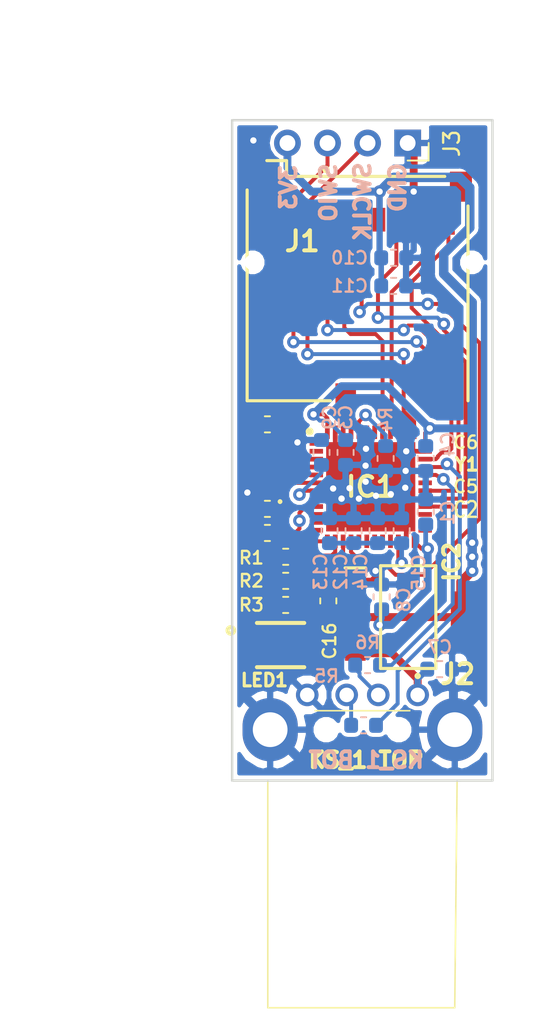
<source format=kicad_pcb>
(kicad_pcb (version 20211014) (generator pcbnew)
  (layers (0 "F.Cu" signal "Górna sygnałowa") (31 "B.Cu" signal "Dolna sygnałowa") (34 "B.Paste" user "Dolna pasty") (35 "F.Paste" user "Górna pasty") (36 "B.SilkS" user "Dolna opisowa") (37 "F.SilkS" user "Górna opisowa") (38 "B.Mask" user "Dolna sodermaski") (39 "F.Mask" user "Górna soldermaski") (44 "Edge.Cuts" user "Krawędziowa"))
  (net 0 "")
  (net 1 "Net-(IC1-Pad1)")
  (net 2 "Net-(IC1-Pad2)")
  (net 3 "Net-(IC1-Pad3)")
  (net 4 "Net-(IC1-Pad4)")
  (net 5 "Net-(IC1-Pad10)")
  (net 6 "Net-(IC1-Pad11)")
  (net 7 "Net-(IC1-Pad12)")
  (net 8 "Net-(IC1-Pad17)")
  (net 9 "Net-(IC1-Pad18)")
  (net 10 "Net-(IC1-Pad19)")
  (net 11 "Net-(IC1-Pad20)")
  (net 12 "Net-(IC1-Pad21)")
  (net 13 "Net-(IC1-Pad25)")
  (net 14 "Net-(IC1-Pad26)")
  (net 15 "Net-(IC1-Pad27)")
  (net 16 "Net-(IC1-Pad31)")
  (net 17 "Net-(IC1-Pad38)")
  (net 18 "Net-(IC1-Pad39)")
  (net 19 "Net-(IC1-Pad42)")
  (net 20 "Net-(IC1-Pad43)")
  (net 21 "Net-(IC1-Pad44)")
  (net 22 "Net-(IC1-Pad45)")
  (net 23 "Net-(IC1-Pad46)")
  (net 24 "GND")
  (net 25 "/D-")
  (net 26 "/D+")
  (net 27 "+5V")
  (net 28 "+3V3")
  (net 29 "/CMD")
  (net 30 "/CLK")
  (net 31 "/D1")
  (net 32 "/D2")
  (net 33 "/D0")
  (net 34 "/D3")
  (net 35 "Net-(LED1-Pad1)")
  (net 36 "Net-(LED1-Pad2)")
  (net 37 "Net-(LED1-Pad3)")
  (net 38 "Net-(C6-Pad1)")
  (net 39 "Net-(C5-Pad1)")
  (net 40 "/DEB-IO")
  (net 41 "/DEB-CLK")
  (net 42 "Net-(C9-Pad1)")
  (net 43 "Net-(C12-Pad1)")
  (net 44 "/LD_R")
  (net 45 "/LD_G")
  (net 46 "/LD_B")
  (net 47 "Net-(J2-Pad2)")
  (net 48 "Net-(J2-Pad3)")
  (footprint "Capacitor_SMD:C_0603_1608Metric" (layer "F.Cu") (at 106.0958 130.429 -90)
    (fp_text reference "C16")
    (fp_text value "1u" hide)
  )
  (footprint "test:QFN50P700X700X60-49N-D" (layer "F.Cu") (at 108.785 123.206)
    (fp_text reference "IC1")
    (fp_text value "STM32F411CEU6" hide)
  )
  (footprint "Connector_PinSocket_2.54mm:PinSocket_1x04_P2.54mm_Horizontal" (layer "F.Cu") (at 111.125 101.446 -90)
    (fp_text reference "J3")
    (fp_text value "Conn_01x04")
  )
  (footprint "Capacitor_SMD:C_0603_1608Metric" (layer "F.Cu") (at 102.235 124.603 180)
    (fp_text reference "C5")
    (fp_text value "12p" hide)
  )
  (footprint "ASMT-YTB2-0BB02:ASMT-YTC7-0AA02" (layer "F.Cu") (at 103.071 133.223 90)
    (fp_text reference "LED1")
    (fp_text value "ASMT-YTB2-0BB02" hide)
  )
  (footprint "Capacitor_SMD:C_0603_1608Metric" (layer "F.Cu") (at 102.235 119.253 180)
    (fp_text reference "C6")
    (fp_text value "12p" hide)
  )
  (footprint "Resistor_SMD:R_0603_1608Metric" (layer "F.Cu") (at 103.394 130.683 180)
    (fp_text reference "R3")
    (fp_text value "R")
  )
  (footprint "Resistor_SMD:R_0603_1608Metric" (layer "F.Cu") (at 103.394 129.159 180)
    (fp_text reference "R2")
    (fp_text value "R")
  )
  (footprint "ASM1117CD-5.0:SOT229P700X180-4N" (layer "F.Cu") (at 111.16 131.453)
    (fp_text reference "IC2")
    (fp_text value "ASM1117CD-3.3" hide)
  )
  (footprint "MountingHole:MountingHole_2.2mm_M2" (layer "F.Cu") (at 101.3 109)
    (fp_text reference "H2" hide)
    (fp_text value "MountingHole")
  )
  (footprint "MountingHole:MountingHole_2.2mm_M2" (layer "F.Cu") (at 115.2 109)
    (fp_text reference "H1" hide)
    (fp_text value "MountingHole")
  )
  (footprint "Capacitor_SMD:C_0603_1608Metric" (layer "F.Cu") (at 102.235 126.127 180)
    (fp_text reference "C2")
    (fp_text value "100n" hide)
  )
  (footprint "LFXTAL069392Cutt:LFXTAL069392Cutt" (layer "F.Cu") (at 102.435 121.793 90)
    (fp_text reference "Y1")
    (fp_text value "LFXTAL069392Cutt" hide)
  )
  (footprint "Resistor_SMD:R_0603_1608Metric" (layer "F.Cu") (at 103.394 127.635 180)
    (fp_text reference "R1")
    (fp_text value "470R")
  )
  (footprint "test:USBAMSFBTH" (layer "F.Cu") (at 111.76 136.379)
    (fp_text reference "J2")
    (fp_text value "USB-AM-S-F-B-TH" hide)
  )
  (footprint "test:47352-1001" (layer "F.Cu") (at 100.95 102.559 180)
    (fp_text reference "J1")
    (fp_text value "47352-1001" hide)
  )
  (footprint "Capacitor_SMD:C_0603_1608Metric" (layer "B.Cu") (at 107.188 121.031 -90)
    (fp_text reference "C3")
    (fp_text value "100n" hide)
  )
  (footprint "Resistor_SMD:R_0603_1608Metric" (layer "B.Cu") (at 108.585 134.493 180)
    (fp_text reference "R6")
    (fp_text value "R")
  )
  (footprint "Resistor_SMD:R_0603_1608Metric" (layer "B.Cu") (at 108.331 138.303 180)
    (fp_text reference "R5")
    (fp_text value "R")
  )
  (footprint "Capacitor_SMD:C_0603_1608Metric" (layer "B.Cu") (at 110.236 110.49)
    (fp_text reference "C11")
    (fp_text value "100n" hide)
  )
  (footprint "Capacitor_SMD:C_0603_1608Metric" (layer "B.Cu") (at 112.268 124.795 90)
    (fp_text reference "C1")
    (fp_text value "100n" hide)
  )
  (footprint "Capacitor_SMD:C_0603_1608Metric" (layer "B.Cu") (at 112.268 121.412 -90)
    (fp_text reference "C4")
    (fp_text value "100n" hide)
  )
  (footprint "Capacitor_SMD:C_0603_1608Metric" (layer "B.Cu") (at 109.474 130.175 90)
    (fp_text reference "C8")
    (fp_text value "1u" hide)
  )
  (footprint "Resistor_SMD:R_0603_1608Metric" (layer "B.Cu") (at 109.728 121.412 90)
    (fp_text reference "R4")
    (fp_text value "10k" hide)
  )
  (footprint "Capacitor_SMD:C_0603_1608Metric" (layer "B.Cu") (at 110.236 108.712)
    (fp_text reference "C10")
    (fp_text value "1u" hide)
  )
  (footprint "Capacitor_SMD:C_0603_1608Metric" (layer "B.Cu") (at 110.744 125.984 90)
    (fp_text reference "C15")
    (fp_text value "1u" hide)
  )
  (footprint "Capacitor_SMD:C_0603_1608Metric" (layer "B.Cu") (at 106.172 125.984 90)
    (fp_text reference "C13")
    (fp_text value "1u" hide)
  )
  (footprint "Capacitor_SMD:C_0603_1608Metric" (layer "B.Cu") (at 107.696 125.984 90)
    (fp_text reference "C12")
    (fp_text value "1u" hide)
  )
  (footprint "Capacitor_SMD:C_0603_1608Metric" (layer "B.Cu") (at 113.157 134.747)
    (fp_text reference "C7")
    (fp_text value "1u" hide)
  )
  (footprint "Capacitor_SMD:C_0603_1608Metric" (layer "B.Cu") (at 109.22 125.984 90)
    (fp_text reference "C14")
    (fp_text value "1u" hide)
  )
  (footprint "Capacitor_SMD:C_0603_1608Metric" (layer "B.Cu") (at 105.664 121.031 90)
    (fp_text reference "C9")
    (fp_text value "100n" hide)
  )
  (gr_line (start 100 100) (end 116.5 100) (layer "Edge.Cuts") (width 0.15))
  (gr_line (start 116.5 100) (end 116.5 141.8) (layer "Edge.Cuts") (width 0.15))
  (gr_line (start 100 100) (end 100 141.8) (layer "Edge.Cuts") (width 0.15))
  (gr_line (start 100 141.8) (end 116.5 141.8) (layer "Edge.Cuts") (width 0.15))
  (gr_text "KS_1 TOP\n" (at 108.5 140.5) (layer "F.Cu") (effects (font (size 1 1) (thickness 0.25))))
  (gr_text "SWIO" (at 106.1085 104.5845 90) (layer "B.SilkS") (effects (font (size 1 1) (thickness 0.25)) (justify mirror)))
  (gr_text "SWCLK" (at 108.2675 105.156 90) (layer "B.SilkS") (effects (font (size 1 1) (thickness 0.25)) (justify mirror)))
  (gr_text "GND" (at 110.49 104.267 90) (layer "B.SilkS") (effects (font (size 1 1) (thickness 0.25)) (justify mirror)))
  (gr_text "3V3" (at 103.5685 104.267 90) (layer "B.SilkS") (effects (font (size 1 1) (thickness 0.25)) (justify mirror)))
  (gr_text "KS_1 BOT" (at 108.5 140.5) (layer "B.SilkS") (effects (font (size 1 1) (thickness 0.25)) (justify mirror)))
  (gr_text "KS_1 TOP" (at 108.5 140.5) (layer "F.SilkS") (effects (font (size 1 1) (thickness 0.25))))
  (segment (start 108.035 119.081) (end 108.458 118.658) (width 0.25) (layer "F.Cu") (net 21))
  (segment (start 108.035 119.756) (end 108.035 119.081) (width 0.25) (layer "F.Cu") (net 21))
  (via (at 108.458 118.658) (size 0.8) (drill 0.4) (layers "F.Cu" "B.Cu") (net 21))
  (segment (start 109.728 120.6245) (end 109.728 119.928) (width 0.25) (layer "B.Cu") (net 21))
  (segment (start 109.728 119.928) (end 108.458 118.658) (width 0.25) (layer "B.Cu") (net 21))
  (segment (start 100.965 123.571) (end 100.965 122.555) (width 0.25) (layer "F.Cu") (net 24))
  (segment (start 111.035 120.956) (end 108.785 123.206) (width 0.3) (layer "F.Cu") (net 24))
  (segment (start 108.035 123.956) (end 108.785 123.206) (width 0.3) (layer "F.Cu") (net 24))
  (segment (start 108.4642 122.8852) (end 108.785 123.206) (width 0.3) (layer "F.Cu") (net 24))
  (segment (start 104.14 118.618) (end 104.14 120.396) (width 0.25) (layer "F.Cu") (net 24))
  (segment (start 106.5783 129.159) (end 106.5823 129.163) (width 0.4) (layer "F.Cu") (net 24))
  (segment (start 106.535 119.756) (end 106.535 120.956) (width 0.3) (layer "F.Cu") (net 24))
  (segment (start 101.059 122.555) (end 100.965 122.555) (width 0.25) (layer "F.Cu") (net 24))
  (segment (start 101.4475 126.127) (end 101.4475 124.603) (width 0.25) (layer "F.Cu") (net 24))
  (segment (start 106.0958 129.6415) (end 106.5783 129.159) (width 0.4) (layer "F.Cu") (net 24))
  (segment (start 107.81 129.163) (end 108.86 129.163) (width 0.4) (layer "F.Cu") (net 24))
  (segment (start 103.248 120.918) (end 103.248 120.968) (width 0.25) (layer "F.Cu") (net 24))
  (segment (start 104.14 120.396) (end 104.14 120.968) (width 0.25) (layer "F.Cu") (net 24))
  (segment (start 101.4475 124.603) (end 100.965 124.1205) (width 0.25) (layer "F.Cu") (net 24))
  (segment (start 108.035 123.956) (end 108.035 123.956) (width 0.3) (layer "F.Cu") (net 24))
  (segment (start 105.335 123.956) (end 108.035 123.956) (width 0.3) (layer "F.Cu") (net 24))
  (segment (start 100.965 119.7355) (end 101.4475 119.253) (width 0.25) (layer "F.Cu") (net 24))
  (segment (start 106.5823 129.163) (end 107.81 129.163) (width 0.4) (layer "F.Cu") (net 24))
  (segment (start 100.965 122.555) (end 100.965 119.7355) (width 0.25) (layer "F.Cu") (net 24))
  (segment (start 103.759 118.237) (end 104.14 118.618) (width 0.25) (layer "F.Cu") (net 24))
  (segment (start 111.035 120.956) (end 111.035 120.956) (width 0.3) (layer "F.Cu") (net 24))
  (segment (start 111.506 105.195) (end 111.506 104.521) (width 0.4) (layer "F.Cu") (net 24))
  (segment (start 109.093 128.93) (end 109.088347 128.528653) (width 0.4) (layer "F.Cu") (net 24))
  (segment (start 111.506 104.521) (end 111.506 101.827) (width 0.5) (layer "F.Cu") (net 24))
  (segment (start 111.51 105.199) (end 111.506 105.195) (width 0.35) (layer "F.Cu") (net 24))
  (segment (start 104.14 120.968) (end 103.048 120.968) (width 0.25) (layer "F.Cu") (net 24))
  (segment (start 100.965 124.1205) (end 100.965 123.571) (width 0.25) (layer "F.Cu") (net 24))
  (segment (start 112.235 120.956) (end 111.035 120.956) (width 0.3) (layer "F.Cu") (net 24))
  (segment (start 102.4635 118.237) (end 103.759 118.237) (width 0.25) (layer "F.Cu") (net 24))
  (segment (start 111.506 101.827) (end 111.125 101.446) (width 0.4) (layer "F.Cu") (net 24))
  (segment (start 111.51 106.299) (end 111.51 105.199) (width 0.4) (layer "F.Cu") (net 24))
  (segment (start 101.122 122.618) (end 101.059 122.555) (width 0.25) (layer "F.Cu") (net 24))
  (segment (start 101.4475 119.253) (end 102.4635 118.237) (width 0.25) (layer "F.Cu") (net 24))
  (segment (start 108.86 129.163) (end 109.093 128.93) (width 0.4) (layer "F.Cu") (net 24))
  (segment (start 111.035 126.656) (end 111.035 125.456) (width 0.3) (layer "F.Cu") (net 24))
  (segment (start 109.093 128.524) (end 109.088347 128.528653) (width 0.4) (layer "F.Cu") (net 24))
  (segment (start 101.822 122.618) (end 101.122 122.618) (width 0.25) (layer "F.Cu") (net 24))
  (via (at 106.934 123.956) (size 0.8) (drill 0.4) (layers "F.Cu" "B.Cu") (net 24))
  (via (at 111.506 104.521) (size 0.8) (drill 0.4) (layers "F.Cu" "B.Cu") (net 24))
  (via (at 110.0582 123.6726) (size 0.8) (drill 0.4) (layers "F.Cu" "B.Cu") (net 24))
  (via (at 101.346 101.2825) (size 1.2) (drill 0.4) (layers "F.Cu" "B.Cu") (net 24))
  (via (at 108.4642 122.8852) (size 0.8) (drill 0.4) (layers "F.Cu" "B.Cu") (net 24))
  (via (at 107.442 123.2916) (size 0.8) (drill 0.4) (layers "F.Cu" "B.Cu") (net 24))
  (via (at 100.965 123.571) (size 0.8) (drill 0.4) (layers "F.Cu" "B.Cu") (net 24))
  (via (at 108.4834 120.8) (size 0.8) (drill 0.4) (layers "F.Cu" "B.Cu") (net 24))
  (via (at 111.035 120.956) (size 0.8) (drill 0.4) (layers "F.Cu" "B.Cu") (net 24))
  (via (at 108.458 121.8692) (size 0.8) (drill 0.4) (layers "F.Cu" "B.Cu") (net 24))
  (via (at 109.1184 123.7742) (size 0.8) (drill 0.4) (layers "F.Cu" "B.Cu") (net 24))
  (via (at 110.9726 123.2662) (size 0.8) (drill 0.4) (layers "F.Cu" "B.Cu") (net 24))
  (via (at 106.934 123.956) (size 0.8) (drill 0.4) (layers "F.Cu" "B.Cu") (net 24))
  (via (at 104.14 120.396) (size 0.8) (drill 0.4) (layers "F.Cu" "B.Cu") (net 24))
  (via (at 108.035 123.956) (size 0.8) (drill 0.4) (layers "F.Cu" "B.Cu") (net 24))
  (via (at 110.998 122.1994) (size 0.8) (drill 0.4) (layers "F.Cu" "B.Cu") (net 24))
  (via (at 106.4006 123.317) (size 0.8) (drill 0.4) (layers "F.Cu" "B.Cu") (net 24))
  (via (at 109.088347 128.528653) (size 0.8) (drill 0.4) (layers "F.Cu" "B.Cu") (net 24))
  (segment (start 114.11 137.7945) (end 115.6335 136.271) (width 0.6) (layer "B.Cu") (net 24))
  (segment (start 102.41 138.579) (end 102.41 138.097) (width 0.6) (layer "B.Cu") (net 24))
  (segment (start 104.166 140.335) (end 102.41 138.579) (width 0.6) (layer "B.Cu") (net 24))
  (segment (start 111.506 108.2295) (end 111.0235 108.712) (width 0.35) (layer "B.Cu") (net 24))
  (segment (start 109.088347 128.528653) (end 109.224653 128.528653) (width 0.4) (layer "B.Cu") (net 24))
  (segment (start 113.9445 134.747) (end 113.9445 138.4135) (width 0.4) (layer "B.Cu") (net 24))
  (segment (start 114.11 138.579) (end 114.11 137.7945) (width 0.6) (layer "B.Cu") (net 24))
  (segment (start 111.506 104.521) (end 111.506 108.2295) (width 0.4) (layer "B.Cu") (net 24))
  (segment (start 109.474 128.778) (end 109.474 129.3875) (width 0.4) (layer "B.Cu") (net 24))
  (segment (start 109.224653 128.528653) (end 109.474 128.778) (width 0.4) (layer "B.Cu") (net 24))
  (segment (start 112.395 140.335) (end 104.166 140.335) (width 0.6) (layer "B.Cu") (net 24))
  (segment (start 113.9445 138.4135) (end 114.11 138.579) (width 0.4) (layer "B.Cu") (net 24))
  (segment (start 111.0235 108.712) (end 111.0235 110.49) (width 0.35) (layer "B.Cu") (net 24))
  (segment (start 102.41 138.097) (end 100.838 136.525) (width 0.6) (layer "B.Cu") (net 24))
  (segment (start 114.11 138.62) (end 112.395 140.335) (width 0.6) (layer "B.Cu") (net 24))
  (segment (start 114.11 138.579) (end 114.11 138.62) (width 0.6) (layer "B.Cu") (net 24))
  (segment (start 112.91 122.456) (end 113.39 122.731) (width 0.25) (layer "F.Cu") (net 25))
  (segment (start 113.39 122.936) (end 113.39 122.731) (width 0.25) (layer "F.Cu") (net 25))
  (segment (start 112.235 122.456) (end 112.91 122.456) (width 0.25) (layer "F.Cu") (net 25))
  (via (at 113.39 122.731) (size 0.8) (drill 0.4) (layers "F.Cu" "B.Cu") (net 25))
  (segment (start 113.39 122.731) (end 113.9825 123.3235) (width 0.25) (layer "B.Cu") (net 25))
  (segment (start 113.9825 123.3235) (end 113.9825 130.6195) (width 0.25) (layer "B.Cu") (net 25))
  (segment (start 113.9825 130.6195) (end 110.109 134.493) (width 0.25) (layer "B.Cu") (net 25))
  (segment (start 110.109 134.493) (end 109.3725 134.493) (width 0.25) (layer "B.Cu") (net 25))
  (segment (start 113.573259 121.757741) (end 113.619712 121.757741) (width 0.25) (layer "F.Cu") (net 26))
  (segment (start 113.538 121.793) (end 113.573259 121.757741) (width 0.25) (layer "F.Cu") (net 26))
  (segment (start 112.235 121.956) (end 113.375 121.956) (width 0.25) (layer "F.Cu") (net 26))
  (segment (start 113.375 121.956) (end 113.619712 121.757741) (width 0.25) (layer "F.Cu") (net 26))
  (via (at 113.619712 121.757741) (size 0.8) (drill 0.4) (layers "F.Cu" "B.Cu") (net 26))
  (segment (start 114.432511 122.57054) (end 114.019711 122.15774) (width 0.25) (layer "B.Cu") (net 26))
  (segment (start 114.432511 130.042489) (end 114.432511 122.57054) (width 0.25) (layer "B.Cu") (net 26))
  (segment (start 109.1185 138.303) (end 110.49 136.9315) (width 0.25) (layer "B.Cu") (net 26))
  (segment (start 110.49 134.874) (end 114.432509 130.931491) (width 0.25) (layer "B.Cu") (net 26))
  (segment (start 110.49 136.9315) (end 110.49 134.874) (width 0.25) (layer "B.Cu") (net 26))
  (segment (start 114.019711 122.15774) (end 113.619712 121.757741) (width 0.25) (layer "B.Cu") (net 26))
  (segment (start 114.432509 130.931491) (end 114.432509 130.042491) (width 0.25) (layer "B.Cu") (net 26))
  (segment (start 114.432509 130.042491) (end 114.432511 130.042489) (width 0.25) (layer "B.Cu") (net 26))
  (segment (start 111.76 136.379) (end 111.76 135.367131) (width 0.5) (layer "F.Cu") (net 27))
  (segment (start 108.96 133.743) (end 107.81 133.743) (width 0.5) (layer "F.Cu") (net 27))
  (segment (start 107.81 133.743) (end 106.0958 132.0288) (width 0.4) (layer "F.Cu") (net 27))
  (segment (start 110.135869 133.743) (end 108.96 133.743) (width 0.5) (layer "F.Cu") (net 27))
  (segment (start 111.76 135.367131) (end 110.135869 133.743) (width 0.5) (layer "F.Cu") (net 27))
  (segment (start 106.0958 132.0288) (end 106.0958 131.2165) (width 0.4) (layer "F.Cu") (net 27))
  (segment (start 111.76 135.3565) (end 111.76 136.379) (width 0.4) (layer "B.Cu") (net 27))
  (segment (start 112.3695 134.747) (end 111.76 135.3565) (width 0.4) (layer "B.Cu") (net 27))
  (segment (start 114.51 129.228) (end 115.214 128.524) (width 0.6) (layer "F.Cu") (net 28))
  (segment (start 105.156 118.618) (end 105.791 118.618) (width 0.25) (layer "F.Cu") (net 28))
  (segment (start 104.267 125.349) (end 104.267 125.857) (width 0.25) (layer "F.Cu") (net 28))
  (segment (start 115.214 128.524) (end 115.214 127.635) (width 0.6) (layer "F.Cu") (net 28))
  (segment (start 107.81 130.728) (end 107.53599 130.45399) (width 0.25) (layer "F.Cu") (net 28))
  (segment (start 104.5464 131.48301) (end 103.737516 131.48301) (width 0.25) (layer "F.Cu") (net 28))
  (segment (start 105.0798 131.445) (end 105.04179 131.48301) (width 0.25) (layer "F.Cu") (net 28))
  (segment (start 114.51 131.453) (end 114.51 129.228) (width 0.6) (layer "F.Cu") (net 28))
  (segment (start 112.235 119.794) (end 112.522 119.507) (width 0.25) (layer "F.Cu") (net 28))
  (segment (start 104.5464 131.8226) (end 104.5464 131.48301) (width 0.25) (layer "F.Cu") (net 28))
  (segment (start 109.347 131.453) (end 114.51 131.453) (width 0.5) (layer "F.Cu") (net 28))
  (segment (start 104.546 133.223) (end 104.546 132.323) (width 0.25) (layer "F.Cu") (net 28))
  (segment (start 103.997 126.508) (end 103.997 126.127) (width 0.25) (layer "F.Cu") (net 28))
  (segment (start 109.31 104.558) (end 109.347 104.521) (width 0.35) (layer "F.Cu") (net 28))
  (segment (start 104.267 124.849) (end 104.267 125.349) (width 0.25) (layer "F.Cu") (net 28))
  (segment (start 105.04179 131.48301) (end 104.5464 131.48301) (width 0.25) (layer "F.Cu") (net 28))
  (segment (start 104.546 134.123) (end 104.546 133.223) (width 0.25) (layer "F.Cu") (net 28))
  (segment (start 105.614316 130.45399) (end 105.0798 130.988506) (width 0.25) (layer "F.Cu") (net 28))
  (segment (start 112.395 127.127) (end 112.006 127.127) (width 0.25) (layer "F.Cu") (net 28))
  (segment (start 105.0798 130.988506) (end 105.0798 131.445) (width 0.25) (layer "F.Cu") (net 28))
  (segment (start 103.36901 131.114504) (end 103.36901 127.13599) (width 0.25) (layer "F.Cu") (net 28))
  (segment (start 112.006 127.127) (end 111.535 126.656) (width 0.25) (layer "F.Cu") (net 28))
  (segment (start 103.737516 131.48301) (end 103.36901 131.114504) (width 0.25) (layer "F.Cu") (net 28))
  (segment (start 103.759 126.127) (end 103.0225 126.127) (width 0.25) (layer "F.Cu") (net 28))
  (segment (start 109.347 131.953) (end 109.347 131.453) (width 0.4) (layer "F.Cu") (net 28))
  (segment (start 103.997 126.127) (end 103.759 126.127) (width 0.25) (layer "F.Cu") (net 28))
  (segment (start 107.81 131.453) (end 107.81 130.728) (width 0.25) (layer "F.Cu") (net 28))
  (segment (start 108.96 131.453) (end 109.347 131.453) (width 0.5) (layer "F.Cu") (net 28))
  (segment (start 104.546 132.323) (end 104.546 131.823) (width 0.25) (layer "F.Cu") (net 28))
  (segment (start 107.53599 130.45399) (end 105.614316 130.45399) (width 0.25) (layer "F.Cu") (net 28))
  (segment (start 115.214 127.635) (end 115.214 126.746) (width 0.6) (layer "F.Cu") (net 28))
  (segment (start 104.66 124.456) (end 104.267 124.849) (width 0.25) (layer "F.Cu") (net 28))
  (segment (start 103.36901 127.13599) (end 103.997 126.508) (width 0.25) (layer "F.Cu") (net 28))
  (segment (start 104.546 131.823) (end 104.5464 131.8226) (width 0.25) (layer "F.Cu") (net 28))
  (segment (start 106.035 118.862) (end 106.035 119.756) (width 0.25) (layer "F.Cu") (net 28))
  (segment (start 105.335 124.456) (end 104.66 124.456) (width 0.25) (layer "F.Cu") (net 28))
  (segment (start 104.267 125.857) (end 103.997 126.127) (width 0.25) (layer "F.Cu") (net 28))
  (segment (start 107.81 131.453) (end 108.96 131.453) (width 0.5) (layer "F.Cu") (net 28))
  (segment (start 112.235 120.456) (end 112.235 119.794) (width 0.25) (layer "F.Cu") (net 28))
  (segment (start 109.31 106.299) (end 109.31 104.558) (width 0.35) (layer "F.Cu") (net 28))
  (segment (start 103.76901 126.13701) (end 103.759 126.127) (width 0.25) (layer "F.Cu") (net 28))
  (segment (start 105.791 118.618) (end 106.035 118.862) (width 0.25) (layer "F.Cu") (net 28))
  (via (at 112.395 127.127) (size 0.8) (drill 0.4) (layers "F.Cu" "B.Cu") (net 28))
  (via (at 115.214 127.635) (size 0.8) (drill 0.4) (layers "F.Cu" "B.Cu") (net 28))
  (via (at 115.214 128.524) (size 0.8) (drill 0.4) (layers "F.Cu" "B.Cu") (net 28))
  (via (at 105.156 118.618) (size 0.8) (drill 0.4) (layers "F.Cu" "B.Cu") (net 28))
  (via (at 104.267 125.349) (size 0.8) (drill 0.4) (layers "F.Cu" "B.Cu") (net 28))
  (via (at 109.347 131.953) (size 0.8) (drill 0.4) (layers "F.Cu" "B.Cu") (net 28))
  (via (at 115.214 126.746) (size 0.8) (drill 0.4) (layers "F.Cu" "B.Cu") (net 28))
  (via (at 112.522 119.507) (size 0.8) (drill 0.4) (layers "F.Cu" "B.Cu") (net 28))
  (via (at 109.347 104.521) (size 0.8) (drill 0.4) (layers "F.Cu" "B.Cu") (net 28))
  (segment (start 115.214 128.524) (end 115.214 119.507) (width 0.6) (layer "B.Cu") (net 28))
  (segment (start 110.247001 103.620999) (end 109.746999 104.121001) (width 0.6) (layer "B.Cu") (net 28))
  (segment (start 105.555999 119.017999) (end 106.063999 119.017999) (width 0.25) (layer "B.Cu") (net 28))
  (segment (start 109.474 131.5) (end 109.347 131.627) (width 0.4) (layer "B.Cu") (net 28))
  (segment (start 107.188 120.142) (end 107.188 120.2435) (width 0.25) (layer "B.Cu") (net 28))
  (segment (start 115.062 104.267) (end 114.415999 103.620999) (width 0.6) (layer "B.Cu") (net 28))
  (segment (start 115.214 111.531) (end 113.411 109.728) (width 0.6) (layer "B.Cu") (net 28))
  (segment (start 112.522 119.507) (end 109.855 116.84) (width 0.5) (layer "B.Cu") (net 28))
  (segment (start 109.347 104.521) (end 105.029 104.521) (width 0.5) (layer "B.Cu") (net 28))
  (segment (start 103.505 102.997) (end 103.505 101.446) (width 0.5) (layer "B.Cu") (net 28))
  (segment (start 113.411 108.458) (end 115.062 106.807) (width 0.6) (layer "B.Cu") (net 28))
  (segment (start 109.474 130.9625) (end 109.474 131.5) (width 0.4) (layer "B.Cu") (net 28))
  (segment (start 112.268 119.761) (end 112.268 120.6245) (width 0.25) (layer "B.Cu") (net 28))
  (segment (start 106.063999 119.017999) (end 107.188 120.142) (width 0.25) (layer "B.Cu") (net 28))
  (segment (start 114.415999 103.620999) (end 110.247001 103.620999) (width 0.6) (layer "B.Cu") (net 28))
  (segment (start 112.522 119.507) (end 112.268 119.761) (width 0.25) (layer "B.Cu") (net 28))
  (segment (start 110.109 131.953) (end 112.395 129.667) (width 0.5) (layer "B.Cu") (net 28))
  (segment (start 109.347 104.521) (end 109.347 108.6105) (width 0.4) (layer "B.Cu") (net 28))
  (segment (start 106.934 116.84) (end 105.156 118.618) (width 0.5) (layer "B.Cu") (net 28))
  (segment (start 112.522 119.507) (end 115.214 119.507) (width 0.5) (layer "B.Cu") (net 28))
  (segment (start 115.062 106.807) (end 115.062 104.267) (width 0.6) (layer "B.Cu") (net 28))
  (segment (start 109.4485 108.712) (end 109.4485 110.49) (width 0.35) (layer "B.Cu") (net 28))
  (segment (start 109.347 131.953) (end 110.109 131.953) (width 0.5) (layer "B.Cu") (net 28))
  (segment (start 109.746999 104.121001) (end 109.347 104.521) (width 0.6) (layer "B.Cu") (net 28))
  (segment (start 113.411 109.728) (end 113.411 108.458) (width 0.6) (layer "B.Cu") (net 28))
  (segment (start 109.855 116.84) (end 106.934 116.84) (width 0.5) (layer "B.Cu") (net 28))
  (segment (start 105.156 118.618) (end 105.555999 119.017999) (width 0.25) (layer "B.Cu") (net 28))
  (segment (start 112.268 125.5825) (end 112.268 127) (width 0.3) (layer "B.Cu") (net 28))
  (segment (start 109.347 108.6105) (end 109.4485 108.712) (width 0.35) (layer "B.Cu") (net 28))
  (segment (start 115.214 119.507) (end 115.214 111.531) (width 0.6) (layer "B.Cu") (net 28))
  (segment (start 112.395 129.667) (end 112.395 127.127) (width 0.5) (layer "B.Cu") (net 28))
  (segment (start 112.268 127) (end 112.395 127.127) (width 0.3) (layer "B.Cu") (net 28))
  (segment (start 109.347 131.627) (end 109.347 131.953) (width 0.4) (layer "B.Cu") (net 28))
  (segment (start 105.029 104.521) (end 103.505 102.997) (width 0.5) (layer "B.Cu") (net 28))
  (segment (start 108.077 111.887) (end 108.21 111.754) (width 0.25) (layer "F.Cu") (net 29))
  (segment (start 107.535 126.656) (end 107.535 127.331) (width 0.25) (layer "F.Cu") (net 29))
  (segment (start 115.697 114.115315) (end 113.214685 111.633) (width 0.25) (layer "F.Cu") (net 29))
  (segment (start 112.960685 111.633) (end 112.395 111.633) (width 0.25) (layer "F.Cu") (net 29))
  (segment (start 112.141 128.778) (end 115.697 125.222) (width 0.25) (layer "F.Cu") (net 29))
  (segment (start 107.839 127.635) (end 109.22 127.635) (width 0.25) (layer "F.Cu") (net 29))
  (segment (start 113.214685 111.633) (end 112.960685 111.633) (width 0.25) (layer "F.Cu") (net 29))
  (segment (start 108.077 112.141) (end 108.077 111.887) (width 0.25) (layer "F.Cu") (net 29))
  (segment (start 110.363 128.778) (end 112.141 128.778) (width 0.25) (layer "F.Cu") (net 29))
  (segment (start 108.21 111.754) (end 108.21 106.499) (width 0.25) (layer "F.Cu") (net 29))
  (segment (start 107.535 127.331) (end 107.839 127.635) (width 0.25) (layer "F.Cu") (net 29))
  (segment (start 109.22 127.635) (end 110.363 128.778) (width 0.25) (layer "F.Cu") (net 29))
  (segment (start 115.697 125.222) (end 115.697 114.115315) (width 0.25) (layer "F.Cu") (net 29))
  (via (at 112.395 111.633) (size 0.8) (drill 0.4) (layers "F.Cu" "B.Cu") (net 29))
  (via (at 108.077 112.141) (size 0.8) (drill 0.4) (layers "F.Cu" "B.Cu") (net 29))
  (segment (start 108.585 111.633) (end 111.829315 111.633) (width 0.25) (layer "B.Cu") (net 29))
  (segment (start 108.077 112.141) (end 108.585 111.633) (width 0.25) (layer "B.Cu") (net 29))
  (segment (start 111.829315 111.633) (end 112.395 111.633) (width 0.25) (layer "B.Cu") (net 29))
  (segment (start 112.235 124.456) (end 112.91 124.456) (width 0.25) (layer "F.Cu") (net 30))
  (segment (start 109.243652 110.339348) (end 110.41 109.173) (width 0.25) (layer "F.Cu") (net 30))
  (segment (start 115.246989 115.118579) (end 113.411 113.28259) (width 0.25) (layer "F.Cu") (net 30))
  (segment (start 112.91 124.456) (end 112.914 124.46) (width 0.25) (layer "F.Cu") (net 30))
  (segment (start 115.24699 118.92999) (end 115.246989 115.118579) (width 0.25) (layer "F.Cu") (net 30))
  (segment (start 112.914 124.46) (end 115.24699 124.46) (width 0.25) (layer "F.Cu") (net 30))
  (segment (start 113.411 113.28259) (end 113.411 113.03) (width 0.25) (layer "F.Cu") (net 30))
  (segment (start 115.24699 124.46) (end 115.24699 118.92999) (width 0.25) (layer "F.Cu") (net 30))
  (segment (start 113.411 113.03) (end 113.411 112.903) (width 0.25) (layer "F.Cu") (net 30))
  (segment (start 110.41 109.173) (end 110.41 106.499) (width 0.25) (layer "F.Cu") (net 30))
  (segment (start 113.411 112.903) (end 113.415653 112.898347) (width 0.25) (layer "F.Cu") (net 30))
  (segment (start 109.243652 112.498348) (end 109.243652 110.339348) (width 0.25) (layer "F.Cu") (net 30))
  (via (at 109.243652 112.498348) (size 0.8) (drill 0.4) (layers "F.Cu" "B.Cu") (net 30))
  (via (at 113.415653 112.898347) (size 0.8) (drill 0.4) (layers "F.Cu" "B.Cu") (net 30))
  (segment (start 113.415653 112.898347) (end 113.015654 112.498348) (width 0.25) (layer "B.Cu") (net 30))
  (segment (start 113.015654 112.498348) (end 109.243652 112.498348) (width 0.25) (layer "B.Cu") (net 30))
  (segment (start 111.379 111.887) (end 114.79698 115.30498) (width 0.25) (layer "F.Cu") (net 31))
  (segment (start 114.79698 123.956) (end 112.235 123.956) (width 0.25) (layer "F.Cu") (net 31))
  (segment (start 111.379 110.23741) (end 111.379 111.887) (width 0.25) (layer "F.Cu") (net 31))
  (segment (start 113.71 106.499) (end 113.71 107.90641) (width 0.25) (layer "F.Cu") (net 31))
  (segment (start 114.79698 115.30498) (end 114.79698 123.956) (width 0.25) (layer "F.Cu") (net 31))
  (segment (start 113.71 107.90641) (end 111.379 110.23741) (width 0.25) (layer "F.Cu") (net 31))
  (segment (start 114.34697 115.61697) (end 114.34697 123.456) (width 0.25) (layer "F.Cu") (net 32))
  (segment (start 114.34697 123.456) (end 112.235 123.456) (width 0.25) (layer "F.Cu") (net 32))
  (segment (start 111.73 113) (end 114.34697 115.61697) (width 0.25) (layer "F.Cu") (net 32))
  (segment (start 106.045 113.284) (end 106.045 106.534) (width 0.25) (layer "F.Cu") (net 32))
  (segment (start 106.045 106.534) (end 106.01 106.499) (width 0.25) (layer "F.Cu") (net 32))
  (segment (start 110.871 113.284) (end 111.155 113) (width 0.25) (layer "F.Cu") (net 32))
  (segment (start 111.155 113) (end 111.73 113) (width 0.25) (layer "F.Cu") (net 32))
  (via (at 110.871 113.284) (size 0.8) (drill 0.4) (layers "F.Cu" "B.Cu") (net 32))
  (via (at 106.045 113.284) (size 0.8) (drill 0.4) (layers "F.Cu" "B.Cu") (net 32))
  (segment (start 106.045 113.284) (end 110.871 113.284) (width 0.25) (layer "B.Cu") (net 32))
  (segment (start 110.035 119.081) (end 110.109 119.007) (width 0.25) (layer "F.Cu") (net 33))
  (segment (start 112.61 108.37) (end 112.61 106.499) (width 0.25) (layer "F.Cu") (net 33))
  (segment (start 110.035 119.756) (end 110.035 119.081) (width 0.25) (layer "F.Cu") (net 33))
  (segment (start 110.109 110.871) (end 112.61 108.37) (width 0.25) (layer "F.Cu") (net 33))
  (segment (start 110.109 119.007) (end 110.109 110.871) (width 0.25) (layer "F.Cu") (net 33))
  (segment (start 107.11 113.1425) (end 107.11 106.899) (width 0.25) (layer "F.Cu") (net 34))
  (segment (start 109.535 113.98) (end 109.093 113.538) (width 0.25) (layer "F.Cu") (net 34))
  (segment (start 109.093 113.538) (end 107.5055 113.538) (width 0.25) (layer "F.Cu") (net 34))
  (segment (start 109.535 119.756) (end 109.535 113.98) (width 0.25) (layer "F.Cu") (net 34))
  (segment (start 107.5055 113.538) (end 107.11 113.1425) (width 0.25) (layer "F.Cu") (net 34))
  (segment (start 101.1936 128.5104) (end 101.1936 131.9206) (width 0.25) (layer "F.Cu") (net 35))
  (segment (start 101.1936 131.9206) (end 101.596 132.323) (width 0.25) (layer "F.Cu") (net 35))
  (segment (start 102.6065 127.635) (end 102.069 127.635) (width 0.25) (layer "F.Cu") (net 35))
  (segment (start 102.069 127.635) (end 101.1936 128.5104) (width 0.25) (layer "F.Cu") (net 35))
  (segment (start 102.646 133.223) (end 102.721001 133.147999) (width 0.25) (layer "F.Cu") (net 36))
  (segment (start 102.4922 131.699) (end 101.7048 131.699) (width 0.25) (layer "F.Cu") (net 36))
  (segment (start 102.721001 133.147999) (end 102.721001 131.927801) (width 0.25) (layer "F.Cu") (net 36))
  (segment (start 101.7048 129.5232) (end 101.7048 131.699) (width 0.25) (layer "F.Cu") (net 36))
  (segment (start 102.6065 129.159) (end 102.069 129.159) (width 0.25) (layer "F.Cu") (net 36))
  (segment (start 102.069 129.159) (end 101.7048 129.5232) (width 0.25) (layer "F.Cu") (net 36))
  (segment (start 102.721001 131.927801) (end 102.4922 131.699) (width 0.25) (layer "F.Cu") (net 36))
  (segment (start 101.596 133.223) (end 102.646 133.223) (width 0.25) (layer "F.Cu") (net 36))
  (segment (start 102.6065 130.988404) (end 103.2002 131.582104) (width 0.25) (layer "F.Cu") (net 37))
  (segment (start 103.2002 131.582104) (end 103.2002 133.5818) (width 0.25) (layer "F.Cu") (net 37))
  (segment (start 102.6065 130.683) (end 102.6065 130.988404) (width 0.25) (layer "F.Cu") (net 37))
  (segment (start 101.596 134.123) (end 102.659 134.123) (width 0.25) (layer "F.Cu") (net 37))
  (segment (start 103.2002 133.5818) (end 102.659 134.123) (width 0.25) (layer "F.Cu") (net 37))
  (segment (start 104.66 122.456) (end 103.997 121.793) (width 0.25) (layer "F.Cu") (net 38))
  (segment (start 101.822 120.555) (end 103.0225 119.3545) (width 0.25) (layer "F.Cu") (net 38))
  (segment (start 101.822 120.968) (end 101.822 120.555) (width 0.25) (layer "F.Cu") (net 38))
  (segment (start 103.997 121.793) (end 102.108 121.793) (width 0.25) (layer "F.Cu") (net 38))
  (segment (start 101.822 121.507) (end 101.822 120.968) (width 0.25) (layer "F.Cu") (net 38))
  (segment (start 105.335 122.456) (end 104.66 122.456) (width 0.25) (layer "F.Cu") (net 38))
  (segment (start 102.108 121.793) (end 101.822 121.507) (width 0.25) (layer "F.Cu") (net 38))
  (segment (start 103.0225 119.3545) (end 103.0225 119.253) (width 0.25) (layer "F.Cu") (net 38))
  (segment (start 103.0225 124.603) (end 103.0225 123.3425) (width 0.25) (layer "F.Cu") (net 39))
  (segment (start 103.386 122.956) (end 103.048 122.618) (width 0.25) (layer "F.Cu") (net 39))
  (segment (start 105.335 122.956) (end 103.386 122.956) (width 0.25) (layer "F.Cu") (net 39))
  (segment (start 103.0225 123.3425) (end 103.048 123.317) (width 0.25) (layer "F.Cu") (net 39))
  (segment (start 103.048 123.317) (end 103.048 122.618) (width 0.25) (layer "F.Cu") (net 39))
  (segment (start 103.886 114.046) (end 103.886 105.029) (width 0.25) (layer "F.Cu") (net 40))
  (segment (start 113.03 121.336) (end 112.91 121.456) (width 0.25) (layer "F.Cu") (net 40))
  (segment (start 113.89696 116.078) (end 113.89696 120.79904) (width 0.25) (layer "F.Cu") (net 40))
  (segment (start 103.886 105.029) (end 106.045 102.87) (width 0.25) (layer "F.Cu") (net 40))
  (segment (start 113.665 121.031) (end 113.284 121.031) (width 0.25) (layer "F.Cu") (net 40))
  (segment (start 106.045 102.87) (end 106.045 101.446) (width 0.25) (layer "F.Cu") (net 40))
  (segment (start 112.91 121.456) (end 112.235 121.456) (width 0.25) (layer "F.Cu") (net 40))
  (segment (start 113.89696 116.078) (end 113.89696 116.05596) (width 0.25) (layer "F.Cu") (net 40))
  (segment (start 113.89696 120.79904) (end 113.665 121.031) (width 0.25) (layer "F.Cu") (net 40))
  (segment (start 113.284 121.031) (end 113.03 121.285) (width 0.25) (layer "F.Cu") (net 40))
  (segment (start 113.03 121.285) (end 113.03 121.336) (width 0.25) (layer "F.Cu") (net 40))
  (segment (start 111.68713 113.99187) (end 111.68713 114.009) (width 0.25) (layer "F.Cu") (net 40))
  (segment (start 113.89696 116.05596) (end 111.68713 114.009) (width 0.25) (layer "F.Cu") (net 40))
  (segment (start 111.76 113.919) (end 111.68713 113.99187) (width 0.25) (layer "F.Cu") (net 40))
  (via (at 103.886 114.046) (size 0.8) (drill 0.4) (layers "F.Cu" "B.Cu") (net 40))
  (via (at 111.68713 114.009) (size 0.8) (drill 0.4) (layers "F.Cu" "B.Cu") (net 40))
  (segment (start 111.65013 114.046) (end 103.886 114.046) (width 0.25) (layer "B.Cu") (net 40))
  (segment (start 111.68713 114.009) (end 111.65013 114.046) (width 0.25) (layer "B.Cu") (net 40))
  (segment (start 111.535 119.081) (end 110.871 118.417) (width 0.25) (layer "F.Cu") (net 41))
  (segment (start 110.871 118.417) (end 110.871 114.808) (width 0.25) (layer "F.Cu") (net 41))
  (segment (start 111.535 119.756) (end 111.535 119.081) (width 0.25) (layer "F.Cu") (net 41))
  (segment (start 104.875 105.156) (end 108.585 101.446) (width 0.25) (layer "F.Cu") (net 41))
  (segment (start 104.775 114.808) (end 104.775 105.156) (width 0.25) (layer "F.Cu") (net 41))
  (segment (start 104.775 105.156) (end 104.875 105.156) (width 0.25) (layer "F.Cu") (net 41))
  (via (at 110.871 114.808) (size 0.8) (drill 0.4) (layers "F.Cu" "B.Cu") (net 41))
  (via (at 104.775 114.808) (size 0.8) (drill 0.4) (layers "F.Cu" "B.Cu") (net 41))
  (segment (start 110.871 114.808) (end 104.775 114.808) (width 0.25) (layer "B.Cu") (net 41))
  (segment (start 105.335 123.456) (end 104.509 123.456) (width 0.25) (layer "F.Cu") (net 42))
  (segment (start 104.509 123.456) (end 104.267 123.698) (width 0.25) (layer "F.Cu") (net 42))
  (via (at 104.267 123.698) (size 0.8) (drill 0.4) (layers "F.Cu" "B.Cu") (net 42))
  (segment (start 105.664 122.301) (end 105.664 121.8185) (width 0.25) (layer "B.Cu") (net 42))
  (segment (start 104.267 123.698) (end 105.664 122.301) (width 0.25) (layer "B.Cu") (net 42))
  (segment (start 110.535 127.807) (end 110.744 128.016) (width 0.25) (layer "F.Cu") (net 43))
  (segment (start 110.535 126.656) (end 110.535 127.807) (width 0.25) (layer "F.Cu") (net 43))
  (via (at 110.744 128.016) (size 0.8) (drill 0.4) (layers "F.Cu" "B.Cu") (net 43))
  (segment (start 107.696 126.7715) (end 106.172 126.7715) (width 0.3) (layer "B.Cu") (net 43))
  (segment (start 109.22 126.7715) (end 107.696 126.7715) (width 0.3) (layer "B.Cu") (net 43))
  (segment (start 110.744 126.7715) (end 109.22 126.7715) (width 0.3) (layer "B.Cu") (net 43))
  (segment (start 110.744 128.016) (end 110.744 126.7715) (width 0.3) (layer "B.Cu") (net 43))
  (segment (start 106.035 126.656) (end 105.1605 126.656) (width 0.25) (layer "F.Cu") (net 44))
  (segment (start 105.1605 126.656) (end 104.1815 127.635) (width 0.25) (layer "F.Cu") (net 44))
  (segment (start 104.94401 127.82159) (end 104.94401 128.39649) (width 0.25) (layer "F.Cu") (net 45))
  (segment (start 105.2068 127.5588) (end 104.94401 127.82159) (width 0.25) (layer "F.Cu") (net 45))
  (segment (start 106.535 127.331) (end 106.3072 127.5588) (width 0.25) (layer "F.Cu") (net 45))
  (segment (start 104.643112 128.697388) (end 104.1815 129.159) (width 0.25) (layer "F.Cu") (net 45))
  (segment (start 106.535 126.656) (end 106.535 127.331) (width 0.25) (layer "F.Cu") (net 45))
  (segment (start 104.94401 128.39649) (end 104.643112 128.697388) (width 0.25) (layer "F.Cu") (net 45))
  (segment (start 106.3072 127.5588) (end 105.2068 127.5588) (width 0.25) (layer "F.Cu") (net 45))
  (segment (start 104.1815 130.683) (end 105.0798 129.7847) (width 0.25) (layer "F.Cu") (net 46))
  (segment (start 107.035 127.534) (end 106.98501 127.58399) (width 0.25) (layer "F.Cu") (net 46))
  (segment (start 105.0798 129.7847) (end 105.0798 128.89711) (width 0.25) (layer "F.Cu") (net 46))
  (segment (start 106.98501 127.58399) (end 106.985009 127.586811) (width 0.25) (layer "F.Cu") (net 46))
  (segment (start 105.9681 128.00881) (end 106.56019 128.00881) (width 0.25) (layer "F.Cu") (net 46))
  (segment (start 106.56019 128.00881) (end 107.035 127.534) (width 0.25) (layer "F.Cu") (net 46))
  (segment (start 105.0798 128.89711) (end 105.9681 128.00881) (width 0.25) (layer "F.Cu") (net 46))
  (segment (start 107.035 126.656) (end 107.035 127.534) (width 0.25) (layer "F.Cu") (net 46))
  (segment (start 107.7975 134.7215) (end 108.077 135.001) (width 0.25) (layer "B.Cu") (net 47))
  (segment (start 107.7975 134.493) (end 107.7975 134.7215) (width 0.25) (layer "B.Cu") (net 47))
  (segment (start 108.077 135.001) (end 108.077 135.196) (width 0.25) (layer "B.Cu") (net 47))
  (segment (start 109.26 136.379) (end 108.077 135.196) (width 0.25) (layer "B.Cu") (net 47))
  (segment (start 107.5435 136.6625) (end 107.26 136.379) (width 0.25) (layer "B.Cu") (net 48))
  (segment (start 107.5435 138.303) (end 107.5435 136.6625) (width 0.25) (layer "B.Cu") (net 48))
  (zone (net 24) (net_name "GND") (layer "B.Cu") (connect_pads (clearance 0.25)) (min_thickness 0.254) (fill yes (thermal_gap 0.508) (thermal_bridge_width 0.4))
    (polygon (pts (xy 100.1395 100.1395) (xy 116.3955 100.1395) (xy 116.3955 141.6685) (xy 100.1395 141.6685)))
  )
)
</source>
